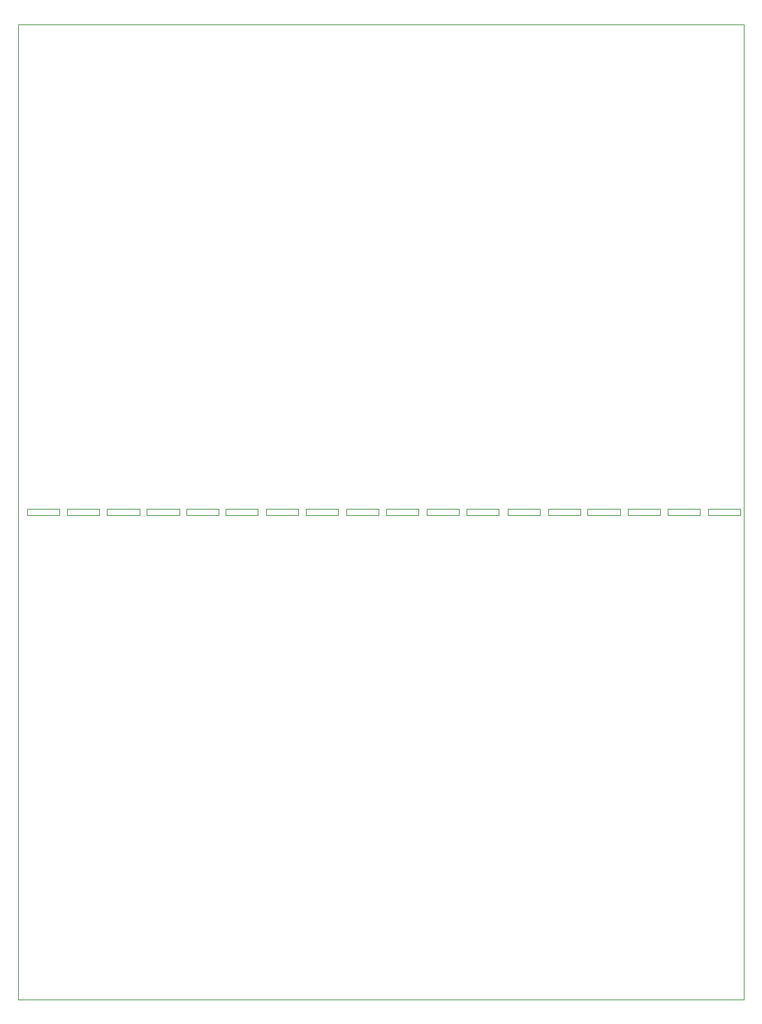
<source format=gbr>
%TF.GenerationSoftware,KiCad,Pcbnew,8.0.8*%
%TF.CreationDate,2026-02-11T18:54:28+05:30*%
%TF.ProjectId,Final_Integration,46696e61-6c5f-4496-9e74-656772617469,rev?*%
%TF.SameCoordinates,Original*%
%TF.FileFunction,Profile,NP*%
%FSLAX46Y46*%
G04 Gerber Fmt 4.6, Leading zero omitted, Abs format (unit mm)*
G04 Created by KiCad (PCBNEW 8.0.8) date 2026-02-11 18:54:28*
%MOMM*%
%LPD*%
G01*
G04 APERTURE LIST*
%TA.AperFunction,Profile*%
%ADD10C,0.050000*%
%TD*%
G04 APERTURE END LIST*
D10*
X60230000Y-51330000D02*
X148205000Y-51330000D01*
X148205000Y-169435000D01*
X60230000Y-169435000D01*
X60230000Y-51330000D01*
X143875000Y-109987500D02*
X147775000Y-109987500D01*
X147775000Y-110762500D01*
X143875000Y-110762500D01*
X143875000Y-109987500D01*
X124450000Y-110000000D02*
X128350000Y-110000000D01*
X128350000Y-110775000D01*
X124450000Y-110775000D01*
X124450000Y-110000000D01*
X138975000Y-110000000D02*
X142875000Y-110000000D01*
X142875000Y-110775000D01*
X138975000Y-110775000D01*
X138975000Y-110000000D01*
X134150000Y-110000000D02*
X138050000Y-110000000D01*
X138050000Y-110775000D01*
X134150000Y-110775000D01*
X134150000Y-110000000D01*
X129250000Y-110000000D02*
X133150000Y-110000000D01*
X133150000Y-110775000D01*
X129250000Y-110775000D01*
X129250000Y-110000000D01*
X119550000Y-109987500D02*
X123450000Y-109987500D01*
X123450000Y-110762500D01*
X119550000Y-110762500D01*
X119550000Y-109987500D01*
X109700000Y-110000000D02*
X113600000Y-110000000D01*
X113600000Y-110775000D01*
X109700000Y-110775000D01*
X109700000Y-110000000D01*
X104800000Y-110000000D02*
X108700000Y-110000000D01*
X108700000Y-110775000D01*
X104800000Y-110775000D01*
X104800000Y-110000000D01*
X100000000Y-110000000D02*
X103900000Y-110000000D01*
X103900000Y-110775000D01*
X100000000Y-110775000D01*
X100000000Y-110000000D01*
X114525000Y-110000000D02*
X118425000Y-110000000D01*
X118425000Y-110775000D01*
X114525000Y-110775000D01*
X114525000Y-110000000D01*
X90275000Y-109987500D02*
X94175000Y-109987500D01*
X94175000Y-110762500D01*
X90275000Y-110762500D01*
X90275000Y-109987500D01*
X85375000Y-109987500D02*
X89275000Y-109987500D01*
X89275000Y-110762500D01*
X85375000Y-110762500D01*
X85375000Y-109987500D01*
X80575000Y-109987500D02*
X84475000Y-109987500D01*
X84475000Y-110762500D01*
X80575000Y-110762500D01*
X80575000Y-109987500D01*
X95100000Y-109987500D02*
X99000000Y-109987500D01*
X99000000Y-110762500D01*
X95100000Y-110762500D01*
X95100000Y-109987500D01*
X75825000Y-110000000D02*
X79725000Y-110000000D01*
X79725000Y-110775000D01*
X75825000Y-110775000D01*
X75825000Y-110000000D01*
X71000000Y-110000000D02*
X74900000Y-110000000D01*
X74900000Y-110775000D01*
X71000000Y-110775000D01*
X71000000Y-110000000D01*
X66100000Y-110000000D02*
X70000000Y-110000000D01*
X70000000Y-110775000D01*
X66100000Y-110775000D01*
X66100000Y-110000000D01*
X61300000Y-110000000D02*
X65200000Y-110000000D01*
X65200000Y-110775000D01*
X61300000Y-110775000D01*
X61300000Y-110000000D01*
M02*

</source>
